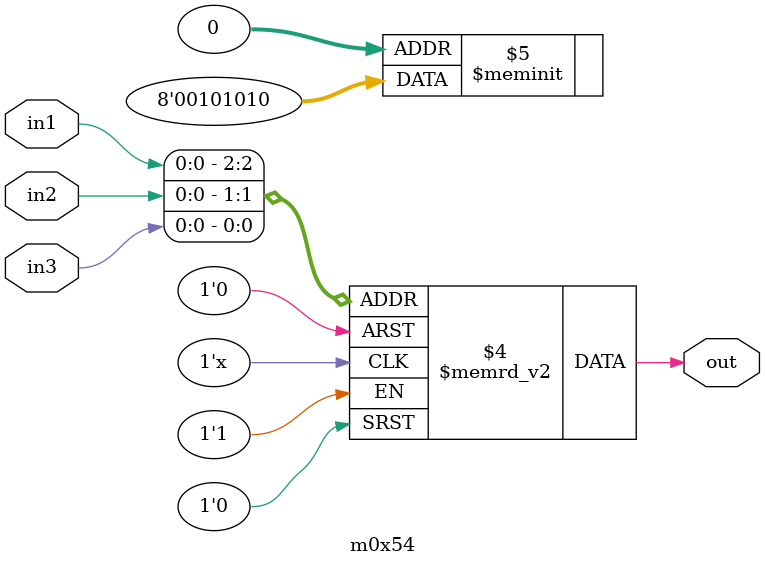
<source format=v>
module m0x54(output out, input in1, in2, in3);

   always @(in1, in2, in3)
     begin
        case({in1, in2, in3})
          3'b000: {out} = 1'b0;
          3'b001: {out} = 1'b1;
          3'b010: {out} = 1'b0;
          3'b011: {out} = 1'b1;
          3'b100: {out} = 1'b0;
          3'b101: {out} = 1'b1;
          3'b110: {out} = 1'b0;
          3'b111: {out} = 1'b0;
        endcase // case ({in1, in2, in3})
     end // always @ (in1, in2, in3)

endmodule // m0x54
</source>
